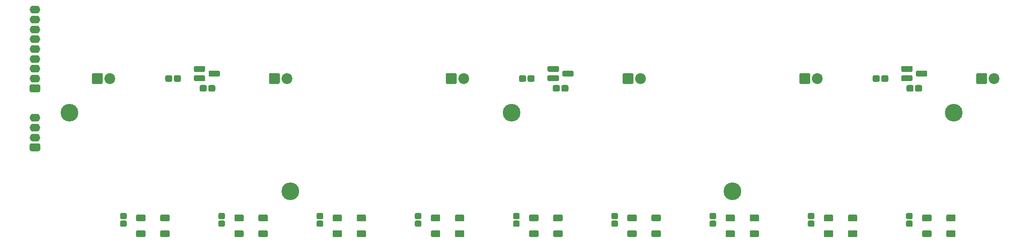
<source format=gbr>
G04 #@! TF.GenerationSoftware,KiCad,Pcbnew,(5.1.7)-1*
G04 #@! TF.CreationDate,2021-03-22T01:50:53-04:00*
G04 #@! TF.ProjectId,Circuit-AirSensor-Right,43697263-7569-4742-9d41-697253656e73,rev?*
G04 #@! TF.SameCoordinates,Original*
G04 #@! TF.FileFunction,Soldermask,Top*
G04 #@! TF.FilePolarity,Negative*
%FSLAX46Y46*%
G04 Gerber Fmt 4.6, Leading zero omitted, Abs format (unit mm)*
G04 Created by KiCad (PCBNEW (5.1.7)-1) date 2021-03-22 01:50:53*
%MOMM*%
%LPD*%
G01*
G04 APERTURE LIST*
%ADD10O,2.150000X1.600000*%
%ADD11C,3.600000*%
%ADD12C,2.200000*%
G04 APERTURE END LIST*
D10*
X56000000Y-113000000D03*
X56000000Y-115000000D03*
X56000000Y-117000000D03*
G36*
G01*
X56741668Y-119800000D02*
X55258332Y-119800000D01*
G75*
G02*
X54925000Y-119466668I0J333332D01*
G01*
X54925000Y-118533332D01*
G75*
G02*
X55258332Y-118200000I333332J0D01*
G01*
X56741668Y-118200000D01*
G75*
G02*
X57075000Y-118533332I0J-333332D01*
G01*
X57075000Y-119466668D01*
G75*
G02*
X56741668Y-119800000I-333332J0D01*
G01*
G37*
D11*
X198000000Y-128000000D03*
X108000000Y-128000000D03*
X243000000Y-112000000D03*
G36*
G01*
X233650000Y-132350000D02*
X234350000Y-132350000D01*
G75*
G02*
X234675000Y-132675000I0J-325000D01*
G01*
X234675000Y-133325000D01*
G75*
G02*
X234350000Y-133650000I-325000J0D01*
G01*
X233650000Y-133650000D01*
G75*
G02*
X233325000Y-133325000I0J325000D01*
G01*
X233325000Y-132675000D01*
G75*
G02*
X233650000Y-132350000I325000J0D01*
G01*
G37*
G36*
G01*
X233650000Y-133900000D02*
X234350000Y-133900000D01*
G75*
G02*
X234675000Y-134225000I0J-325000D01*
G01*
X234675000Y-134875000D01*
G75*
G02*
X234350000Y-135200000I-325000J0D01*
G01*
X233650000Y-135200000D01*
G75*
G02*
X233325000Y-134875000I0J325000D01*
G01*
X233325000Y-134225000D01*
G75*
G02*
X233650000Y-133900000I325000J0D01*
G01*
G37*
G36*
G01*
X213650000Y-133900000D02*
X214350000Y-133900000D01*
G75*
G02*
X214675000Y-134225000I0J-325000D01*
G01*
X214675000Y-134875000D01*
G75*
G02*
X214350000Y-135200000I-325000J0D01*
G01*
X213650000Y-135200000D01*
G75*
G02*
X213325000Y-134875000I0J325000D01*
G01*
X213325000Y-134225000D01*
G75*
G02*
X213650000Y-133900000I325000J0D01*
G01*
G37*
G36*
G01*
X213650000Y-132350000D02*
X214350000Y-132350000D01*
G75*
G02*
X214675000Y-132675000I0J-325000D01*
G01*
X214675000Y-133325000D01*
G75*
G02*
X214350000Y-133650000I-325000J0D01*
G01*
X213650000Y-133650000D01*
G75*
G02*
X213325000Y-133325000I0J325000D01*
G01*
X213325000Y-132675000D01*
G75*
G02*
X213650000Y-132350000I325000J0D01*
G01*
G37*
G36*
G01*
X193650000Y-132350000D02*
X194350000Y-132350000D01*
G75*
G02*
X194675000Y-132675000I0J-325000D01*
G01*
X194675000Y-133325000D01*
G75*
G02*
X194350000Y-133650000I-325000J0D01*
G01*
X193650000Y-133650000D01*
G75*
G02*
X193325000Y-133325000I0J325000D01*
G01*
X193325000Y-132675000D01*
G75*
G02*
X193650000Y-132350000I325000J0D01*
G01*
G37*
G36*
G01*
X193650000Y-133900000D02*
X194350000Y-133900000D01*
G75*
G02*
X194675000Y-134225000I0J-325000D01*
G01*
X194675000Y-134875000D01*
G75*
G02*
X194350000Y-135200000I-325000J0D01*
G01*
X193650000Y-135200000D01*
G75*
G02*
X193325000Y-134875000I0J325000D01*
G01*
X193325000Y-134225000D01*
G75*
G02*
X193650000Y-133900000I325000J0D01*
G01*
G37*
G36*
G01*
X173650000Y-132350000D02*
X174350000Y-132350000D01*
G75*
G02*
X174675000Y-132675000I0J-325000D01*
G01*
X174675000Y-133325000D01*
G75*
G02*
X174350000Y-133650000I-325000J0D01*
G01*
X173650000Y-133650000D01*
G75*
G02*
X173325000Y-133325000I0J325000D01*
G01*
X173325000Y-132675000D01*
G75*
G02*
X173650000Y-132350000I325000J0D01*
G01*
G37*
G36*
G01*
X173650000Y-133900000D02*
X174350000Y-133900000D01*
G75*
G02*
X174675000Y-134225000I0J-325000D01*
G01*
X174675000Y-134875000D01*
G75*
G02*
X174350000Y-135200000I-325000J0D01*
G01*
X173650000Y-135200000D01*
G75*
G02*
X173325000Y-134875000I0J325000D01*
G01*
X173325000Y-134225000D01*
G75*
G02*
X173650000Y-133900000I325000J0D01*
G01*
G37*
G36*
G01*
X153650000Y-132350000D02*
X154350000Y-132350000D01*
G75*
G02*
X154675000Y-132675000I0J-325000D01*
G01*
X154675000Y-133325000D01*
G75*
G02*
X154350000Y-133650000I-325000J0D01*
G01*
X153650000Y-133650000D01*
G75*
G02*
X153325000Y-133325000I0J325000D01*
G01*
X153325000Y-132675000D01*
G75*
G02*
X153650000Y-132350000I325000J0D01*
G01*
G37*
G36*
G01*
X153650000Y-133900000D02*
X154350000Y-133900000D01*
G75*
G02*
X154675000Y-134225000I0J-325000D01*
G01*
X154675000Y-134875000D01*
G75*
G02*
X154350000Y-135200000I-325000J0D01*
G01*
X153650000Y-135200000D01*
G75*
G02*
X153325000Y-134875000I0J325000D01*
G01*
X153325000Y-134225000D01*
G75*
G02*
X153650000Y-133900000I325000J0D01*
G01*
G37*
G36*
G01*
X133650000Y-132350000D02*
X134350000Y-132350000D01*
G75*
G02*
X134675000Y-132675000I0J-325000D01*
G01*
X134675000Y-133325000D01*
G75*
G02*
X134350000Y-133650000I-325000J0D01*
G01*
X133650000Y-133650000D01*
G75*
G02*
X133325000Y-133325000I0J325000D01*
G01*
X133325000Y-132675000D01*
G75*
G02*
X133650000Y-132350000I325000J0D01*
G01*
G37*
G36*
G01*
X133650000Y-133900000D02*
X134350000Y-133900000D01*
G75*
G02*
X134675000Y-134225000I0J-325000D01*
G01*
X134675000Y-134875000D01*
G75*
G02*
X134350000Y-135200000I-325000J0D01*
G01*
X133650000Y-135200000D01*
G75*
G02*
X133325000Y-134875000I0J325000D01*
G01*
X133325000Y-134225000D01*
G75*
G02*
X133650000Y-133900000I325000J0D01*
G01*
G37*
G36*
G01*
X113650000Y-132350000D02*
X114350000Y-132350000D01*
G75*
G02*
X114675000Y-132675000I0J-325000D01*
G01*
X114675000Y-133325000D01*
G75*
G02*
X114350000Y-133650000I-325000J0D01*
G01*
X113650000Y-133650000D01*
G75*
G02*
X113325000Y-133325000I0J325000D01*
G01*
X113325000Y-132675000D01*
G75*
G02*
X113650000Y-132350000I325000J0D01*
G01*
G37*
G36*
G01*
X113650000Y-133900000D02*
X114350000Y-133900000D01*
G75*
G02*
X114675000Y-134225000I0J-325000D01*
G01*
X114675000Y-134875000D01*
G75*
G02*
X114350000Y-135200000I-325000J0D01*
G01*
X113650000Y-135200000D01*
G75*
G02*
X113325000Y-134875000I0J325000D01*
G01*
X113325000Y-134225000D01*
G75*
G02*
X113650000Y-133900000I325000J0D01*
G01*
G37*
G36*
G01*
X93650000Y-133900000D02*
X94350000Y-133900000D01*
G75*
G02*
X94675000Y-134225000I0J-325000D01*
G01*
X94675000Y-134875000D01*
G75*
G02*
X94350000Y-135200000I-325000J0D01*
G01*
X93650000Y-135200000D01*
G75*
G02*
X93325000Y-134875000I0J325000D01*
G01*
X93325000Y-134225000D01*
G75*
G02*
X93650000Y-133900000I325000J0D01*
G01*
G37*
G36*
G01*
X93650000Y-132350000D02*
X94350000Y-132350000D01*
G75*
G02*
X94675000Y-132675000I0J-325000D01*
G01*
X94675000Y-133325000D01*
G75*
G02*
X94350000Y-133650000I-325000J0D01*
G01*
X93650000Y-133650000D01*
G75*
G02*
X93325000Y-133325000I0J325000D01*
G01*
X93325000Y-132675000D01*
G75*
G02*
X93650000Y-132350000I325000J0D01*
G01*
G37*
G36*
G01*
X73650000Y-133900000D02*
X74350000Y-133900000D01*
G75*
G02*
X74675000Y-134225000I0J-325000D01*
G01*
X74675000Y-134875000D01*
G75*
G02*
X74350000Y-135200000I-325000J0D01*
G01*
X73650000Y-135200000D01*
G75*
G02*
X73325000Y-134875000I0J325000D01*
G01*
X73325000Y-134225000D01*
G75*
G02*
X73650000Y-133900000I325000J0D01*
G01*
G37*
G36*
G01*
X73650000Y-132350000D02*
X74350000Y-132350000D01*
G75*
G02*
X74675000Y-132675000I0J-325000D01*
G01*
X74675000Y-133325000D01*
G75*
G02*
X74350000Y-133650000I-325000J0D01*
G01*
X73650000Y-133650000D01*
G75*
G02*
X73325000Y-133325000I0J325000D01*
G01*
X73325000Y-132675000D01*
G75*
G02*
X73650000Y-132350000I325000J0D01*
G01*
G37*
G36*
G01*
X76600000Y-133900000D02*
X76600000Y-132900000D01*
G75*
G02*
X76800000Y-132700000I200000J0D01*
G01*
X78300000Y-132700000D01*
G75*
G02*
X78500000Y-132900000I0J-200000D01*
G01*
X78500000Y-133900000D01*
G75*
G02*
X78300000Y-134100000I-200000J0D01*
G01*
X76800000Y-134100000D01*
G75*
G02*
X76600000Y-133900000I0J200000D01*
G01*
G37*
G36*
G01*
X76600000Y-137100000D02*
X76600000Y-136100000D01*
G75*
G02*
X76800000Y-135900000I200000J0D01*
G01*
X78300000Y-135900000D01*
G75*
G02*
X78500000Y-136100000I0J-200000D01*
G01*
X78500000Y-137100000D01*
G75*
G02*
X78300000Y-137300000I-200000J0D01*
G01*
X76800000Y-137300000D01*
G75*
G02*
X76600000Y-137100000I0J200000D01*
G01*
G37*
G36*
G01*
X81500000Y-133900000D02*
X81500000Y-132900000D01*
G75*
G02*
X81700000Y-132700000I200000J0D01*
G01*
X83200000Y-132700000D01*
G75*
G02*
X83400000Y-132900000I0J-200000D01*
G01*
X83400000Y-133900000D01*
G75*
G02*
X83200000Y-134100000I-200000J0D01*
G01*
X81700000Y-134100000D01*
G75*
G02*
X81500000Y-133900000I0J200000D01*
G01*
G37*
G36*
G01*
X81500000Y-137100000D02*
X81500000Y-136100000D01*
G75*
G02*
X81700000Y-135900000I200000J0D01*
G01*
X83200000Y-135900000D01*
G75*
G02*
X83400000Y-136100000I0J-200000D01*
G01*
X83400000Y-137100000D01*
G75*
G02*
X83200000Y-137300000I-200000J0D01*
G01*
X81700000Y-137300000D01*
G75*
G02*
X81500000Y-137100000I0J200000D01*
G01*
G37*
G36*
G01*
X101500000Y-137100000D02*
X101500000Y-136100000D01*
G75*
G02*
X101700000Y-135900000I200000J0D01*
G01*
X103200000Y-135900000D01*
G75*
G02*
X103400000Y-136100000I0J-200000D01*
G01*
X103400000Y-137100000D01*
G75*
G02*
X103200000Y-137300000I-200000J0D01*
G01*
X101700000Y-137300000D01*
G75*
G02*
X101500000Y-137100000I0J200000D01*
G01*
G37*
G36*
G01*
X101500000Y-133900000D02*
X101500000Y-132900000D01*
G75*
G02*
X101700000Y-132700000I200000J0D01*
G01*
X103200000Y-132700000D01*
G75*
G02*
X103400000Y-132900000I0J-200000D01*
G01*
X103400000Y-133900000D01*
G75*
G02*
X103200000Y-134100000I-200000J0D01*
G01*
X101700000Y-134100000D01*
G75*
G02*
X101500000Y-133900000I0J200000D01*
G01*
G37*
G36*
G01*
X96600000Y-137100000D02*
X96600000Y-136100000D01*
G75*
G02*
X96800000Y-135900000I200000J0D01*
G01*
X98300000Y-135900000D01*
G75*
G02*
X98500000Y-136100000I0J-200000D01*
G01*
X98500000Y-137100000D01*
G75*
G02*
X98300000Y-137300000I-200000J0D01*
G01*
X96800000Y-137300000D01*
G75*
G02*
X96600000Y-137100000I0J200000D01*
G01*
G37*
G36*
G01*
X96600000Y-133900000D02*
X96600000Y-132900000D01*
G75*
G02*
X96800000Y-132700000I200000J0D01*
G01*
X98300000Y-132700000D01*
G75*
G02*
X98500000Y-132900000I0J-200000D01*
G01*
X98500000Y-133900000D01*
G75*
G02*
X98300000Y-134100000I-200000J0D01*
G01*
X96800000Y-134100000D01*
G75*
G02*
X96600000Y-133900000I0J200000D01*
G01*
G37*
G36*
G01*
X121500000Y-137100000D02*
X121500000Y-136100000D01*
G75*
G02*
X121700000Y-135900000I200000J0D01*
G01*
X123200000Y-135900000D01*
G75*
G02*
X123400000Y-136100000I0J-200000D01*
G01*
X123400000Y-137100000D01*
G75*
G02*
X123200000Y-137300000I-200000J0D01*
G01*
X121700000Y-137300000D01*
G75*
G02*
X121500000Y-137100000I0J200000D01*
G01*
G37*
G36*
G01*
X121500000Y-133900000D02*
X121500000Y-132900000D01*
G75*
G02*
X121700000Y-132700000I200000J0D01*
G01*
X123200000Y-132700000D01*
G75*
G02*
X123400000Y-132900000I0J-200000D01*
G01*
X123400000Y-133900000D01*
G75*
G02*
X123200000Y-134100000I-200000J0D01*
G01*
X121700000Y-134100000D01*
G75*
G02*
X121500000Y-133900000I0J200000D01*
G01*
G37*
G36*
G01*
X116600000Y-137100000D02*
X116600000Y-136100000D01*
G75*
G02*
X116800000Y-135900000I200000J0D01*
G01*
X118300000Y-135900000D01*
G75*
G02*
X118500000Y-136100000I0J-200000D01*
G01*
X118500000Y-137100000D01*
G75*
G02*
X118300000Y-137300000I-200000J0D01*
G01*
X116800000Y-137300000D01*
G75*
G02*
X116600000Y-137100000I0J200000D01*
G01*
G37*
G36*
G01*
X116600000Y-133900000D02*
X116600000Y-132900000D01*
G75*
G02*
X116800000Y-132700000I200000J0D01*
G01*
X118300000Y-132700000D01*
G75*
G02*
X118500000Y-132900000I0J-200000D01*
G01*
X118500000Y-133900000D01*
G75*
G02*
X118300000Y-134100000I-200000J0D01*
G01*
X116800000Y-134100000D01*
G75*
G02*
X116600000Y-133900000I0J200000D01*
G01*
G37*
G36*
G01*
X141500000Y-137100000D02*
X141500000Y-136100000D01*
G75*
G02*
X141700000Y-135900000I200000J0D01*
G01*
X143200000Y-135900000D01*
G75*
G02*
X143400000Y-136100000I0J-200000D01*
G01*
X143400000Y-137100000D01*
G75*
G02*
X143200000Y-137300000I-200000J0D01*
G01*
X141700000Y-137300000D01*
G75*
G02*
X141500000Y-137100000I0J200000D01*
G01*
G37*
G36*
G01*
X141500000Y-133900000D02*
X141500000Y-132900000D01*
G75*
G02*
X141700000Y-132700000I200000J0D01*
G01*
X143200000Y-132700000D01*
G75*
G02*
X143400000Y-132900000I0J-200000D01*
G01*
X143400000Y-133900000D01*
G75*
G02*
X143200000Y-134100000I-200000J0D01*
G01*
X141700000Y-134100000D01*
G75*
G02*
X141500000Y-133900000I0J200000D01*
G01*
G37*
G36*
G01*
X136600000Y-137100000D02*
X136600000Y-136100000D01*
G75*
G02*
X136800000Y-135900000I200000J0D01*
G01*
X138300000Y-135900000D01*
G75*
G02*
X138500000Y-136100000I0J-200000D01*
G01*
X138500000Y-137100000D01*
G75*
G02*
X138300000Y-137300000I-200000J0D01*
G01*
X136800000Y-137300000D01*
G75*
G02*
X136600000Y-137100000I0J200000D01*
G01*
G37*
G36*
G01*
X136600000Y-133900000D02*
X136600000Y-132900000D01*
G75*
G02*
X136800000Y-132700000I200000J0D01*
G01*
X138300000Y-132700000D01*
G75*
G02*
X138500000Y-132900000I0J-200000D01*
G01*
X138500000Y-133900000D01*
G75*
G02*
X138300000Y-134100000I-200000J0D01*
G01*
X136800000Y-134100000D01*
G75*
G02*
X136600000Y-133900000I0J200000D01*
G01*
G37*
G36*
G01*
X236600000Y-133900000D02*
X236600000Y-132900000D01*
G75*
G02*
X236800000Y-132700000I200000J0D01*
G01*
X238300000Y-132700000D01*
G75*
G02*
X238500000Y-132900000I0J-200000D01*
G01*
X238500000Y-133900000D01*
G75*
G02*
X238300000Y-134100000I-200000J0D01*
G01*
X236800000Y-134100000D01*
G75*
G02*
X236600000Y-133900000I0J200000D01*
G01*
G37*
G36*
G01*
X236600000Y-137100000D02*
X236600000Y-136100000D01*
G75*
G02*
X236800000Y-135900000I200000J0D01*
G01*
X238300000Y-135900000D01*
G75*
G02*
X238500000Y-136100000I0J-200000D01*
G01*
X238500000Y-137100000D01*
G75*
G02*
X238300000Y-137300000I-200000J0D01*
G01*
X236800000Y-137300000D01*
G75*
G02*
X236600000Y-137100000I0J200000D01*
G01*
G37*
G36*
G01*
X241500000Y-133900000D02*
X241500000Y-132900000D01*
G75*
G02*
X241700000Y-132700000I200000J0D01*
G01*
X243200000Y-132700000D01*
G75*
G02*
X243400000Y-132900000I0J-200000D01*
G01*
X243400000Y-133900000D01*
G75*
G02*
X243200000Y-134100000I-200000J0D01*
G01*
X241700000Y-134100000D01*
G75*
G02*
X241500000Y-133900000I0J200000D01*
G01*
G37*
G36*
G01*
X241500000Y-137100000D02*
X241500000Y-136100000D01*
G75*
G02*
X241700000Y-135900000I200000J0D01*
G01*
X243200000Y-135900000D01*
G75*
G02*
X243400000Y-136100000I0J-200000D01*
G01*
X243400000Y-137100000D01*
G75*
G02*
X243200000Y-137300000I-200000J0D01*
G01*
X241700000Y-137300000D01*
G75*
G02*
X241500000Y-137100000I0J200000D01*
G01*
G37*
G36*
G01*
X221500000Y-137100000D02*
X221500000Y-136100000D01*
G75*
G02*
X221700000Y-135900000I200000J0D01*
G01*
X223200000Y-135900000D01*
G75*
G02*
X223400000Y-136100000I0J-200000D01*
G01*
X223400000Y-137100000D01*
G75*
G02*
X223200000Y-137300000I-200000J0D01*
G01*
X221700000Y-137300000D01*
G75*
G02*
X221500000Y-137100000I0J200000D01*
G01*
G37*
G36*
G01*
X221500000Y-133900000D02*
X221500000Y-132900000D01*
G75*
G02*
X221700000Y-132700000I200000J0D01*
G01*
X223200000Y-132700000D01*
G75*
G02*
X223400000Y-132900000I0J-200000D01*
G01*
X223400000Y-133900000D01*
G75*
G02*
X223200000Y-134100000I-200000J0D01*
G01*
X221700000Y-134100000D01*
G75*
G02*
X221500000Y-133900000I0J200000D01*
G01*
G37*
G36*
G01*
X216600000Y-137100000D02*
X216600000Y-136100000D01*
G75*
G02*
X216800000Y-135900000I200000J0D01*
G01*
X218300000Y-135900000D01*
G75*
G02*
X218500000Y-136100000I0J-200000D01*
G01*
X218500000Y-137100000D01*
G75*
G02*
X218300000Y-137300000I-200000J0D01*
G01*
X216800000Y-137300000D01*
G75*
G02*
X216600000Y-137100000I0J200000D01*
G01*
G37*
G36*
G01*
X216600000Y-133900000D02*
X216600000Y-132900000D01*
G75*
G02*
X216800000Y-132700000I200000J0D01*
G01*
X218300000Y-132700000D01*
G75*
G02*
X218500000Y-132900000I0J-200000D01*
G01*
X218500000Y-133900000D01*
G75*
G02*
X218300000Y-134100000I-200000J0D01*
G01*
X216800000Y-134100000D01*
G75*
G02*
X216600000Y-133900000I0J200000D01*
G01*
G37*
G36*
G01*
X201500000Y-137100000D02*
X201500000Y-136100000D01*
G75*
G02*
X201700000Y-135900000I200000J0D01*
G01*
X203200000Y-135900000D01*
G75*
G02*
X203400000Y-136100000I0J-200000D01*
G01*
X203400000Y-137100000D01*
G75*
G02*
X203200000Y-137300000I-200000J0D01*
G01*
X201700000Y-137300000D01*
G75*
G02*
X201500000Y-137100000I0J200000D01*
G01*
G37*
G36*
G01*
X201500000Y-133900000D02*
X201500000Y-132900000D01*
G75*
G02*
X201700000Y-132700000I200000J0D01*
G01*
X203200000Y-132700000D01*
G75*
G02*
X203400000Y-132900000I0J-200000D01*
G01*
X203400000Y-133900000D01*
G75*
G02*
X203200000Y-134100000I-200000J0D01*
G01*
X201700000Y-134100000D01*
G75*
G02*
X201500000Y-133900000I0J200000D01*
G01*
G37*
G36*
G01*
X196600000Y-137100000D02*
X196600000Y-136100000D01*
G75*
G02*
X196800000Y-135900000I200000J0D01*
G01*
X198300000Y-135900000D01*
G75*
G02*
X198500000Y-136100000I0J-200000D01*
G01*
X198500000Y-137100000D01*
G75*
G02*
X198300000Y-137300000I-200000J0D01*
G01*
X196800000Y-137300000D01*
G75*
G02*
X196600000Y-137100000I0J200000D01*
G01*
G37*
G36*
G01*
X196600000Y-133900000D02*
X196600000Y-132900000D01*
G75*
G02*
X196800000Y-132700000I200000J0D01*
G01*
X198300000Y-132700000D01*
G75*
G02*
X198500000Y-132900000I0J-200000D01*
G01*
X198500000Y-133900000D01*
G75*
G02*
X198300000Y-134100000I-200000J0D01*
G01*
X196800000Y-134100000D01*
G75*
G02*
X196600000Y-133900000I0J200000D01*
G01*
G37*
G36*
G01*
X181500000Y-137100000D02*
X181500000Y-136100000D01*
G75*
G02*
X181700000Y-135900000I200000J0D01*
G01*
X183200000Y-135900000D01*
G75*
G02*
X183400000Y-136100000I0J-200000D01*
G01*
X183400000Y-137100000D01*
G75*
G02*
X183200000Y-137300000I-200000J0D01*
G01*
X181700000Y-137300000D01*
G75*
G02*
X181500000Y-137100000I0J200000D01*
G01*
G37*
G36*
G01*
X181500000Y-133900000D02*
X181500000Y-132900000D01*
G75*
G02*
X181700000Y-132700000I200000J0D01*
G01*
X183200000Y-132700000D01*
G75*
G02*
X183400000Y-132900000I0J-200000D01*
G01*
X183400000Y-133900000D01*
G75*
G02*
X183200000Y-134100000I-200000J0D01*
G01*
X181700000Y-134100000D01*
G75*
G02*
X181500000Y-133900000I0J200000D01*
G01*
G37*
G36*
G01*
X176600000Y-137100000D02*
X176600000Y-136100000D01*
G75*
G02*
X176800000Y-135900000I200000J0D01*
G01*
X178300000Y-135900000D01*
G75*
G02*
X178500000Y-136100000I0J-200000D01*
G01*
X178500000Y-137100000D01*
G75*
G02*
X178300000Y-137300000I-200000J0D01*
G01*
X176800000Y-137300000D01*
G75*
G02*
X176600000Y-137100000I0J200000D01*
G01*
G37*
G36*
G01*
X176600000Y-133900000D02*
X176600000Y-132900000D01*
G75*
G02*
X176800000Y-132700000I200000J0D01*
G01*
X178300000Y-132700000D01*
G75*
G02*
X178500000Y-132900000I0J-200000D01*
G01*
X178500000Y-133900000D01*
G75*
G02*
X178300000Y-134100000I-200000J0D01*
G01*
X176800000Y-134100000D01*
G75*
G02*
X176600000Y-133900000I0J200000D01*
G01*
G37*
G36*
G01*
X156600000Y-133900000D02*
X156600000Y-132900000D01*
G75*
G02*
X156800000Y-132700000I200000J0D01*
G01*
X158300000Y-132700000D01*
G75*
G02*
X158500000Y-132900000I0J-200000D01*
G01*
X158500000Y-133900000D01*
G75*
G02*
X158300000Y-134100000I-200000J0D01*
G01*
X156800000Y-134100000D01*
G75*
G02*
X156600000Y-133900000I0J200000D01*
G01*
G37*
G36*
G01*
X156600000Y-137100000D02*
X156600000Y-136100000D01*
G75*
G02*
X156800000Y-135900000I200000J0D01*
G01*
X158300000Y-135900000D01*
G75*
G02*
X158500000Y-136100000I0J-200000D01*
G01*
X158500000Y-137100000D01*
G75*
G02*
X158300000Y-137300000I-200000J0D01*
G01*
X156800000Y-137300000D01*
G75*
G02*
X156600000Y-137100000I0J200000D01*
G01*
G37*
G36*
G01*
X161500000Y-133900000D02*
X161500000Y-132900000D01*
G75*
G02*
X161700000Y-132700000I200000J0D01*
G01*
X163200000Y-132700000D01*
G75*
G02*
X163400000Y-132900000I0J-200000D01*
G01*
X163400000Y-133900000D01*
G75*
G02*
X163200000Y-134100000I-200000J0D01*
G01*
X161700000Y-134100000D01*
G75*
G02*
X161500000Y-133900000I0J200000D01*
G01*
G37*
G36*
G01*
X161500000Y-137100000D02*
X161500000Y-136100000D01*
G75*
G02*
X161700000Y-135900000I200000J0D01*
G01*
X163200000Y-135900000D01*
G75*
G02*
X163400000Y-136100000I0J-200000D01*
G01*
X163400000Y-137100000D01*
G75*
G02*
X163200000Y-137300000I-200000J0D01*
G01*
X161700000Y-137300000D01*
G75*
G02*
X161500000Y-137100000I0J200000D01*
G01*
G37*
G36*
G01*
X227975000Y-104662500D02*
X227975000Y-105337500D01*
G75*
G02*
X227637500Y-105675000I-337500J0D01*
G01*
X226862500Y-105675000D01*
G75*
G02*
X226525000Y-105337500I0J337500D01*
G01*
X226525000Y-104662500D01*
G75*
G02*
X226862500Y-104325000I337500J0D01*
G01*
X227637500Y-104325000D01*
G75*
G02*
X227975000Y-104662500I0J-337500D01*
G01*
G37*
G36*
G01*
X229725000Y-104662500D02*
X229725000Y-105337500D01*
G75*
G02*
X229387500Y-105675000I-337500J0D01*
G01*
X228612500Y-105675000D01*
G75*
G02*
X228275000Y-105337500I0J337500D01*
G01*
X228275000Y-104662500D01*
G75*
G02*
X228612500Y-104325000I337500J0D01*
G01*
X229387500Y-104325000D01*
G75*
G02*
X229725000Y-104662500I0J-337500D01*
G01*
G37*
G36*
G01*
X155975000Y-104662500D02*
X155975000Y-105337500D01*
G75*
G02*
X155637500Y-105675000I-337500J0D01*
G01*
X154862500Y-105675000D01*
G75*
G02*
X154525000Y-105337500I0J337500D01*
G01*
X154525000Y-104662500D01*
G75*
G02*
X154862500Y-104325000I337500J0D01*
G01*
X155637500Y-104325000D01*
G75*
G02*
X155975000Y-104662500I0J-337500D01*
G01*
G37*
G36*
G01*
X157725000Y-104662500D02*
X157725000Y-105337500D01*
G75*
G02*
X157387500Y-105675000I-337500J0D01*
G01*
X156612500Y-105675000D01*
G75*
G02*
X156275000Y-105337500I0J337500D01*
G01*
X156275000Y-104662500D01*
G75*
G02*
X156612500Y-104325000I337500J0D01*
G01*
X157387500Y-104325000D01*
G75*
G02*
X157725000Y-104662500I0J-337500D01*
G01*
G37*
G36*
G01*
X83975000Y-104662500D02*
X83975000Y-105337500D01*
G75*
G02*
X83637500Y-105675000I-337500J0D01*
G01*
X82862500Y-105675000D01*
G75*
G02*
X82525000Y-105337500I0J337500D01*
G01*
X82525000Y-104662500D01*
G75*
G02*
X82862500Y-104325000I337500J0D01*
G01*
X83637500Y-104325000D01*
G75*
G02*
X83975000Y-104662500I0J-337500D01*
G01*
G37*
G36*
G01*
X85725000Y-104662500D02*
X85725000Y-105337500D01*
G75*
G02*
X85387500Y-105675000I-337500J0D01*
G01*
X84612500Y-105675000D01*
G75*
G02*
X84275000Y-105337500I0J337500D01*
G01*
X84275000Y-104662500D01*
G75*
G02*
X84612500Y-104325000I337500J0D01*
G01*
X85387500Y-104325000D01*
G75*
G02*
X85725000Y-104662500I0J-337500D01*
G01*
G37*
G36*
G01*
X235150000Y-107337500D02*
X235150000Y-106662500D01*
G75*
G02*
X235487500Y-106325000I337500J0D01*
G01*
X236262500Y-106325000D01*
G75*
G02*
X236600000Y-106662500I0J-337500D01*
G01*
X236600000Y-107337500D01*
G75*
G02*
X236262500Y-107675000I-337500J0D01*
G01*
X235487500Y-107675000D01*
G75*
G02*
X235150000Y-107337500I0J337500D01*
G01*
G37*
G36*
G01*
X233400000Y-107337500D02*
X233400000Y-106662500D01*
G75*
G02*
X233737500Y-106325000I337500J0D01*
G01*
X234512500Y-106325000D01*
G75*
G02*
X234850000Y-106662500I0J-337500D01*
G01*
X234850000Y-107337500D01*
G75*
G02*
X234512500Y-107675000I-337500J0D01*
G01*
X233737500Y-107675000D01*
G75*
G02*
X233400000Y-107337500I0J337500D01*
G01*
G37*
G36*
G01*
X163150000Y-107337500D02*
X163150000Y-106662500D01*
G75*
G02*
X163487500Y-106325000I337500J0D01*
G01*
X164262500Y-106325000D01*
G75*
G02*
X164600000Y-106662500I0J-337500D01*
G01*
X164600000Y-107337500D01*
G75*
G02*
X164262500Y-107675000I-337500J0D01*
G01*
X163487500Y-107675000D01*
G75*
G02*
X163150000Y-107337500I0J337500D01*
G01*
G37*
G36*
G01*
X161400000Y-107337500D02*
X161400000Y-106662500D01*
G75*
G02*
X161737500Y-106325000I337500J0D01*
G01*
X162512500Y-106325000D01*
G75*
G02*
X162850000Y-106662500I0J-337500D01*
G01*
X162850000Y-107337500D01*
G75*
G02*
X162512500Y-107675000I-337500J0D01*
G01*
X161737500Y-107675000D01*
G75*
G02*
X161400000Y-107337500I0J337500D01*
G01*
G37*
G36*
G01*
X91275000Y-107337500D02*
X91275000Y-106662500D01*
G75*
G02*
X91612500Y-106325000I337500J0D01*
G01*
X92387500Y-106325000D01*
G75*
G02*
X92725000Y-106662500I0J-337500D01*
G01*
X92725000Y-107337500D01*
G75*
G02*
X92387500Y-107675000I-337500J0D01*
G01*
X91612500Y-107675000D01*
G75*
G02*
X91275000Y-107337500I0J337500D01*
G01*
G37*
G36*
G01*
X89525000Y-107337500D02*
X89525000Y-106662500D01*
G75*
G02*
X89862500Y-106325000I337500J0D01*
G01*
X90637500Y-106325000D01*
G75*
G02*
X90975000Y-106662500I0J-337500D01*
G01*
X90975000Y-107337500D01*
G75*
G02*
X90637500Y-107675000I-337500J0D01*
G01*
X89862500Y-107675000D01*
G75*
G02*
X89525000Y-107337500I0J337500D01*
G01*
G37*
G36*
G01*
X235350000Y-104400000D02*
X235350000Y-103600000D01*
G75*
G02*
X235550000Y-103400000I200000J0D01*
G01*
X237450000Y-103400000D01*
G75*
G02*
X237650000Y-103600000I0J-200000D01*
G01*
X237650000Y-104400000D01*
G75*
G02*
X237450000Y-104600000I-200000J0D01*
G01*
X235550000Y-104600000D01*
G75*
G02*
X235350000Y-104400000I0J200000D01*
G01*
G37*
G36*
G01*
X232350000Y-105350000D02*
X232350000Y-104550000D01*
G75*
G02*
X232550000Y-104350000I200000J0D01*
G01*
X234450000Y-104350000D01*
G75*
G02*
X234650000Y-104550000I0J-200000D01*
G01*
X234650000Y-105350000D01*
G75*
G02*
X234450000Y-105550000I-200000J0D01*
G01*
X232550000Y-105550000D01*
G75*
G02*
X232350000Y-105350000I0J200000D01*
G01*
G37*
G36*
G01*
X232350000Y-103450000D02*
X232350000Y-102650000D01*
G75*
G02*
X232550000Y-102450000I200000J0D01*
G01*
X234450000Y-102450000D01*
G75*
G02*
X234650000Y-102650000I0J-200000D01*
G01*
X234650000Y-103450000D01*
G75*
G02*
X234450000Y-103650000I-200000J0D01*
G01*
X232550000Y-103650000D01*
G75*
G02*
X232350000Y-103450000I0J200000D01*
G01*
G37*
G36*
G01*
X163350000Y-104400000D02*
X163350000Y-103600000D01*
G75*
G02*
X163550000Y-103400000I200000J0D01*
G01*
X165450000Y-103400000D01*
G75*
G02*
X165650000Y-103600000I0J-200000D01*
G01*
X165650000Y-104400000D01*
G75*
G02*
X165450000Y-104600000I-200000J0D01*
G01*
X163550000Y-104600000D01*
G75*
G02*
X163350000Y-104400000I0J200000D01*
G01*
G37*
G36*
G01*
X160350000Y-105350000D02*
X160350000Y-104550000D01*
G75*
G02*
X160550000Y-104350000I200000J0D01*
G01*
X162450000Y-104350000D01*
G75*
G02*
X162650000Y-104550000I0J-200000D01*
G01*
X162650000Y-105350000D01*
G75*
G02*
X162450000Y-105550000I-200000J0D01*
G01*
X160550000Y-105550000D01*
G75*
G02*
X160350000Y-105350000I0J200000D01*
G01*
G37*
G36*
G01*
X160350000Y-103450000D02*
X160350000Y-102650000D01*
G75*
G02*
X160550000Y-102450000I200000J0D01*
G01*
X162450000Y-102450000D01*
G75*
G02*
X162650000Y-102650000I0J-200000D01*
G01*
X162650000Y-103450000D01*
G75*
G02*
X162450000Y-103650000I-200000J0D01*
G01*
X160550000Y-103650000D01*
G75*
G02*
X160350000Y-103450000I0J200000D01*
G01*
G37*
G36*
G01*
X91350000Y-104400000D02*
X91350000Y-103600000D01*
G75*
G02*
X91550000Y-103400000I200000J0D01*
G01*
X93450000Y-103400000D01*
G75*
G02*
X93650000Y-103600000I0J-200000D01*
G01*
X93650000Y-104400000D01*
G75*
G02*
X93450000Y-104600000I-200000J0D01*
G01*
X91550000Y-104600000D01*
G75*
G02*
X91350000Y-104400000I0J200000D01*
G01*
G37*
G36*
G01*
X88350000Y-105350000D02*
X88350000Y-104550000D01*
G75*
G02*
X88550000Y-104350000I200000J0D01*
G01*
X90450000Y-104350000D01*
G75*
G02*
X90650000Y-104550000I0J-200000D01*
G01*
X90650000Y-105350000D01*
G75*
G02*
X90450000Y-105550000I-200000J0D01*
G01*
X88550000Y-105550000D01*
G75*
G02*
X88350000Y-105350000I0J200000D01*
G01*
G37*
G36*
G01*
X88350000Y-103450000D02*
X88350000Y-102650000D01*
G75*
G02*
X88550000Y-102450000I200000J0D01*
G01*
X90450000Y-102450000D01*
G75*
G02*
X90650000Y-102650000I0J-200000D01*
G01*
X90650000Y-103450000D01*
G75*
G02*
X90450000Y-103650000I-200000J0D01*
G01*
X88550000Y-103650000D01*
G75*
G02*
X88350000Y-103450000I0J200000D01*
G01*
G37*
D12*
X179270000Y-105000000D03*
G36*
G01*
X175630000Y-105900000D02*
X175630000Y-104100000D01*
G75*
G02*
X175830000Y-103900000I200000J0D01*
G01*
X177630000Y-103900000D01*
G75*
G02*
X177830000Y-104100000I0J-200000D01*
G01*
X177830000Y-105900000D01*
G75*
G02*
X177630000Y-106100000I-200000J0D01*
G01*
X175830000Y-106100000D01*
G75*
G02*
X175630000Y-105900000I0J200000D01*
G01*
G37*
X251270000Y-105000000D03*
G36*
G01*
X247630000Y-105900000D02*
X247630000Y-104100000D01*
G75*
G02*
X247830000Y-103900000I200000J0D01*
G01*
X249630000Y-103900000D01*
G75*
G02*
X249830000Y-104100000I0J-200000D01*
G01*
X249830000Y-105900000D01*
G75*
G02*
X249630000Y-106100000I-200000J0D01*
G01*
X247830000Y-106100000D01*
G75*
G02*
X247630000Y-105900000I0J200000D01*
G01*
G37*
X215270000Y-105000000D03*
G36*
G01*
X211630000Y-105900000D02*
X211630000Y-104100000D01*
G75*
G02*
X211830000Y-103900000I200000J0D01*
G01*
X213630000Y-103900000D01*
G75*
G02*
X213830000Y-104100000I0J-200000D01*
G01*
X213830000Y-105900000D01*
G75*
G02*
X213630000Y-106100000I-200000J0D01*
G01*
X211830000Y-106100000D01*
G75*
G02*
X211630000Y-105900000I0J200000D01*
G01*
G37*
X143270000Y-105000000D03*
G36*
G01*
X139630000Y-105900000D02*
X139630000Y-104100000D01*
G75*
G02*
X139830000Y-103900000I200000J0D01*
G01*
X141630000Y-103900000D01*
G75*
G02*
X141830000Y-104100000I0J-200000D01*
G01*
X141830000Y-105900000D01*
G75*
G02*
X141630000Y-106100000I-200000J0D01*
G01*
X139830000Y-106100000D01*
G75*
G02*
X139630000Y-105900000I0J200000D01*
G01*
G37*
X107270000Y-105000000D03*
G36*
G01*
X103630000Y-105900000D02*
X103630000Y-104100000D01*
G75*
G02*
X103830000Y-103900000I200000J0D01*
G01*
X105630000Y-103900000D01*
G75*
G02*
X105830000Y-104100000I0J-200000D01*
G01*
X105830000Y-105900000D01*
G75*
G02*
X105630000Y-106100000I-200000J0D01*
G01*
X103830000Y-106100000D01*
G75*
G02*
X103630000Y-105900000I0J200000D01*
G01*
G37*
X71270000Y-105000000D03*
G36*
G01*
X67630000Y-105900000D02*
X67630000Y-104100000D01*
G75*
G02*
X67830000Y-103900000I200000J0D01*
G01*
X69630000Y-103900000D01*
G75*
G02*
X69830000Y-104100000I0J-200000D01*
G01*
X69830000Y-105900000D01*
G75*
G02*
X69630000Y-106100000I-200000J0D01*
G01*
X67830000Y-106100000D01*
G75*
G02*
X67630000Y-105900000I0J200000D01*
G01*
G37*
D10*
X56000000Y-91000000D03*
X56000000Y-93000000D03*
X56000000Y-95000000D03*
X56000000Y-97000000D03*
X56000000Y-99000000D03*
X56000000Y-101000000D03*
X56000000Y-103000000D03*
X56000000Y-105000000D03*
G36*
G01*
X56741668Y-107800000D02*
X55258332Y-107800000D01*
G75*
G02*
X54925000Y-107466668I0J333332D01*
G01*
X54925000Y-106533332D01*
G75*
G02*
X55258332Y-106200000I333332J0D01*
G01*
X56741668Y-106200000D01*
G75*
G02*
X57075000Y-106533332I0J-333332D01*
G01*
X57075000Y-107466668D01*
G75*
G02*
X56741668Y-107800000I-333332J0D01*
G01*
G37*
D11*
X153000000Y-112000000D03*
X63000000Y-112000000D03*
M02*

</source>
